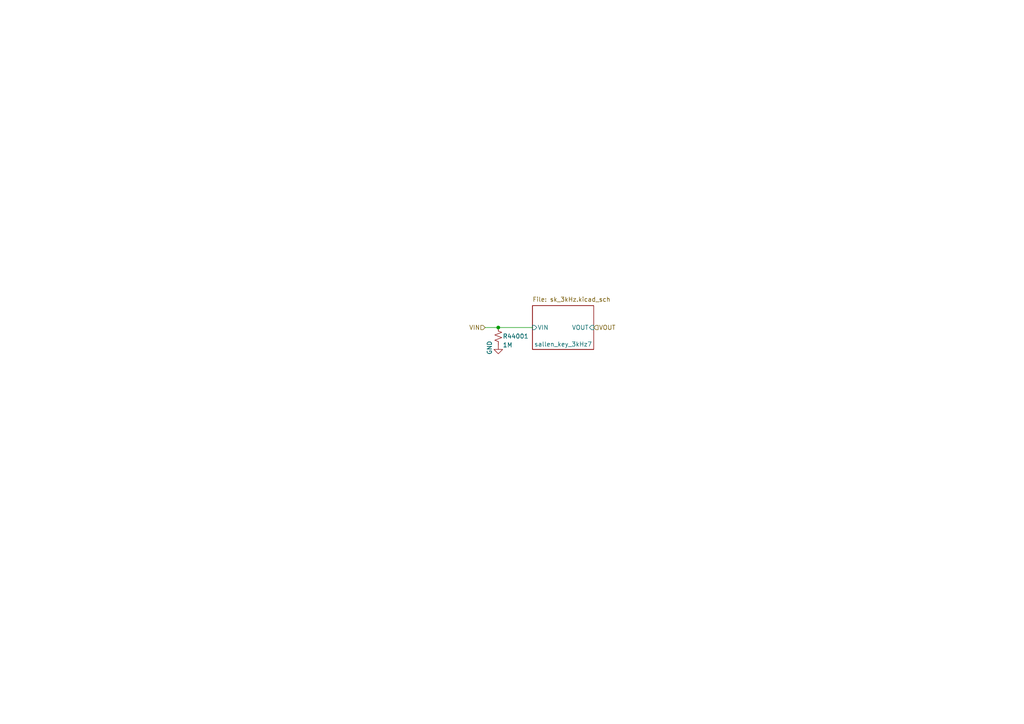
<source format=kicad_sch>
(kicad_sch (version 20231120) (generator "eeschema") (generator_version "8.0")
  (paper "A4")
  (lib_symbols
    (symbol "Device:R_Small_US" (pin_numbers hide) (pin_names (offset 0.254) hide)
      (property "Reference" "R" (at 0.762 0.508 0))
      (property "Value" "R_Small_US" (at 0.762 -1.016 0))
      (symbol "R_Small_US_1_1"
        (polyline (pts (xy 0 0) (xy 1.016 -0.381) (xy 0 -0.762) (xy -1.016 -1.143) (xy 0 -1.524)))
        (polyline (pts (xy 0 1.524) (xy 1.016 1.143) (xy 0 0.762) (xy -1.016 0.381) (xy 0 0)))
        (pin passive line (at 0 2.54 270) (length 1.016) (name "~") (number "1"))
        (pin passive line (at 0 -2.54 90) (length 1.016) (name "~") (number "2"))
      )
    )
    (symbol "power:GND" (power) (pin_names (offset 0))
      (property "Value" "GND" (at 0 -3.81 0))
      (symbol "GND_0_1"
        (polyline (pts (xy 0 0) (xy 0 -1.27) (xy 1.27 -1.27) (xy 0 -2.54) (xy -1.27 -1.27) (xy 0 -1.27)))
      )
      (symbol "GND_1_1"
        (pin power_in line (at 0 0 270) (length 0) hide (name "GND") (number "1"))
      )
    )
  )
  (junction (at 144.526 94.996))
  (wire (pts (xy 144.526 94.996) (xy 154.432 94.996)))
  (wire (pts (xy 144.526 94.996) (xy 140.716 94.996)))
  (hierarchical_label "VOUT" (shape input) (at 172.212 94.996 0))
  (hierarchical_label "VIN" (shape input) (at 140.716 94.996 180))
  (symbol (lib_id "Device:R_Small_US") (at 144.526 97.536 0) (unit 1)
    (property "Reference" "R44001" (at 145.796 97.536 0) (effects (justify left)))
    (property "Value" "1M" (at 145.796 100.076 0) (effects (justify left)))
    (property "Footprint" "Resistor_SMD:R_0402_1005Metric" (effects (hide yes)))
    (instances (project "analog_i" (path "" (reference "R44001") (unit 1)) (path "" (reference "R46001") (unit 1))) (project "analog_frontend_panel" (path "" (reference "R22001") (unit 1)) (path "" (reference "R27003") (unit 1))))
  )
  (symbol (lib_id "power:GND") (at 144.526 100.076 0) (unit 1)
    (property "Reference" "#PWR249" (effects (hide yes)))
    (property "Value" "GND" (at 141.986 98.806 90) (effects (justify right)))
    (instances (project "analog_i" (path "" (reference "#PWR249") (unit 1)) (path "" (reference "#PWR258") (unit 1))) (project "analog_frontend_panel" (path "" (reference "#PWR22001") (unit 1)) (path "" (reference "#PWR27003") (unit 1))))
  )
  (sheet (at 154.432 88.646) (size 17.78 12.7) (stroke (width 0.1524))
    (property "Sheetname" "sallen_key_3kHz7" (at 154.94 100.584 0) (effects (justify left bottom)))
    (property "Sheetfile" "sk_3kHz.kicad_sch" (at 154.432 86.106 0) (effects (justify left top)))
    (pin "VIN" input (at 154.432 94.996 180))
    (pin "VOUT" input (at 172.212 94.996 0))
  )
)
</source>
